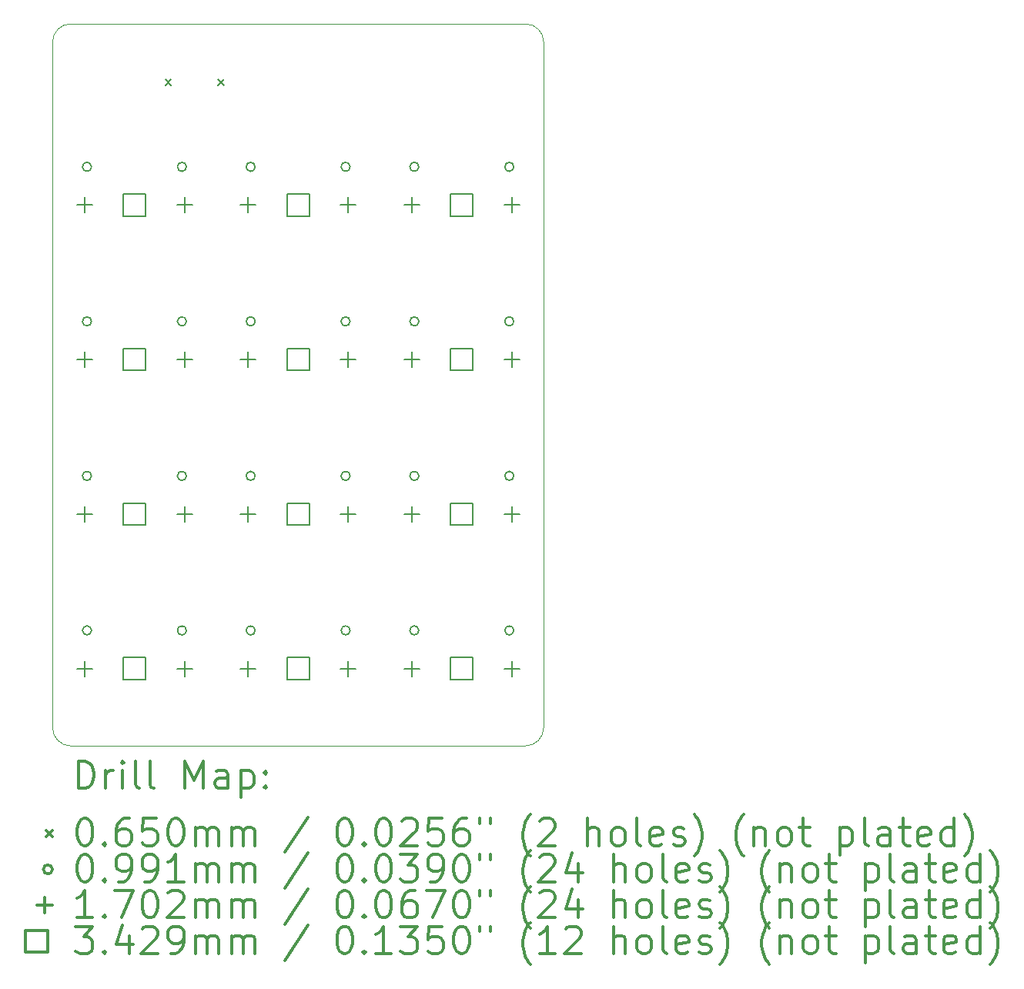
<source format=gbr>
%FSLAX45Y45*%
G04 Gerber Fmt 4.5, Leading zero omitted, Abs format (unit mm)*
G04 Created by KiCad (PCBNEW (5.1.10)-1) date 2021-08-23 14:46:12*
%MOMM*%
%LPD*%
G01*
G04 APERTURE LIST*
%TA.AperFunction,Profile*%
%ADD10C,0.050000*%
%TD*%
%ADD11C,0.200000*%
%ADD12C,0.300000*%
G04 APERTURE END LIST*
D10*
X6305550Y-8877300D02*
X5430000Y-8877300D01*
X6369050Y-8877300D02*
X10430000Y-8877300D01*
X6305550Y-8877300D02*
X6369050Y-8877300D01*
X5230000Y-9077300D02*
G75*
G02*
X5430000Y-8877300I200000J0D01*
G01*
X10430000Y-8877300D02*
G75*
G02*
X10630000Y-9077300I0J-200000D01*
G01*
X10630000Y-16620000D02*
G75*
G02*
X10430000Y-16820000I-200000J0D01*
G01*
X5430000Y-16820000D02*
G75*
G02*
X5230000Y-16620000I0J200000D01*
G01*
X10630000Y-16620000D02*
X10630000Y-9077300D01*
X5430000Y-16820000D02*
X10430000Y-16820000D01*
X5230000Y-16620000D02*
X5230000Y-9077300D01*
D11*
X6468500Y-9485500D02*
X6533500Y-9550500D01*
X6533500Y-9485500D02*
X6468500Y-9550500D01*
X7046500Y-9485500D02*
X7111500Y-9550500D01*
X7111500Y-9485500D02*
X7046500Y-9550500D01*
X5657530Y-10450000D02*
G75*
G03*
X5657530Y-10450000I-49530J0D01*
G01*
X5657530Y-12150000D02*
G75*
G03*
X5657530Y-12150000I-49530J0D01*
G01*
X5657530Y-13850000D02*
G75*
G03*
X5657530Y-13850000I-49530J0D01*
G01*
X5657530Y-15550000D02*
G75*
G03*
X5657530Y-15550000I-49530J0D01*
G01*
X6701530Y-10450000D02*
G75*
G03*
X6701530Y-10450000I-49530J0D01*
G01*
X6701530Y-12150000D02*
G75*
G03*
X6701530Y-12150000I-49530J0D01*
G01*
X6701530Y-13850000D02*
G75*
G03*
X6701530Y-13850000I-49530J0D01*
G01*
X6701530Y-15550000D02*
G75*
G03*
X6701530Y-15550000I-49530J0D01*
G01*
X7457530Y-10450000D02*
G75*
G03*
X7457530Y-10450000I-49530J0D01*
G01*
X7457530Y-12150000D02*
G75*
G03*
X7457530Y-12150000I-49530J0D01*
G01*
X7457530Y-13850000D02*
G75*
G03*
X7457530Y-13850000I-49530J0D01*
G01*
X7457530Y-15550000D02*
G75*
G03*
X7457530Y-15550000I-49530J0D01*
G01*
X8501530Y-10450000D02*
G75*
G03*
X8501530Y-10450000I-49530J0D01*
G01*
X8501530Y-12150000D02*
G75*
G03*
X8501530Y-12150000I-49530J0D01*
G01*
X8501530Y-13850000D02*
G75*
G03*
X8501530Y-13850000I-49530J0D01*
G01*
X8501530Y-15550000D02*
G75*
G03*
X8501530Y-15550000I-49530J0D01*
G01*
X9257530Y-10450000D02*
G75*
G03*
X9257530Y-10450000I-49530J0D01*
G01*
X9257530Y-12150000D02*
G75*
G03*
X9257530Y-12150000I-49530J0D01*
G01*
X9257530Y-13850000D02*
G75*
G03*
X9257530Y-13850000I-49530J0D01*
G01*
X9257530Y-15550000D02*
G75*
G03*
X9257530Y-15550000I-49530J0D01*
G01*
X10301530Y-10450000D02*
G75*
G03*
X10301530Y-10450000I-49530J0D01*
G01*
X10301530Y-12150000D02*
G75*
G03*
X10301530Y-12150000I-49530J0D01*
G01*
X10301530Y-13850000D02*
G75*
G03*
X10301530Y-13850000I-49530J0D01*
G01*
X10301530Y-15550000D02*
G75*
G03*
X10301530Y-15550000I-49530J0D01*
G01*
X5580000Y-10784910D02*
X5580000Y-10955090D01*
X5494910Y-10870000D02*
X5665090Y-10870000D01*
X5580000Y-12484910D02*
X5580000Y-12655090D01*
X5494910Y-12570000D02*
X5665090Y-12570000D01*
X5580000Y-14184910D02*
X5580000Y-14355090D01*
X5494910Y-14270000D02*
X5665090Y-14270000D01*
X5580000Y-15884910D02*
X5580000Y-16055090D01*
X5494910Y-15970000D02*
X5665090Y-15970000D01*
X6680000Y-10784910D02*
X6680000Y-10955090D01*
X6594910Y-10870000D02*
X6765090Y-10870000D01*
X6680000Y-12484910D02*
X6680000Y-12655090D01*
X6594910Y-12570000D02*
X6765090Y-12570000D01*
X6680000Y-14184910D02*
X6680000Y-14355090D01*
X6594910Y-14270000D02*
X6765090Y-14270000D01*
X6680000Y-15884910D02*
X6680000Y-16055090D01*
X6594910Y-15970000D02*
X6765090Y-15970000D01*
X7380000Y-10784910D02*
X7380000Y-10955090D01*
X7294910Y-10870000D02*
X7465090Y-10870000D01*
X7380000Y-12484910D02*
X7380000Y-12655090D01*
X7294910Y-12570000D02*
X7465090Y-12570000D01*
X7380000Y-14184910D02*
X7380000Y-14355090D01*
X7294910Y-14270000D02*
X7465090Y-14270000D01*
X7380000Y-15884910D02*
X7380000Y-16055090D01*
X7294910Y-15970000D02*
X7465090Y-15970000D01*
X8480000Y-10784910D02*
X8480000Y-10955090D01*
X8394910Y-10870000D02*
X8565090Y-10870000D01*
X8480000Y-12484910D02*
X8480000Y-12655090D01*
X8394910Y-12570000D02*
X8565090Y-12570000D01*
X8480000Y-14184910D02*
X8480000Y-14355090D01*
X8394910Y-14270000D02*
X8565090Y-14270000D01*
X8480000Y-15884910D02*
X8480000Y-16055090D01*
X8394910Y-15970000D02*
X8565090Y-15970000D01*
X9180000Y-10784910D02*
X9180000Y-10955090D01*
X9094910Y-10870000D02*
X9265090Y-10870000D01*
X9180000Y-12484910D02*
X9180000Y-12655090D01*
X9094910Y-12570000D02*
X9265090Y-12570000D01*
X9180000Y-14184910D02*
X9180000Y-14355090D01*
X9094910Y-14270000D02*
X9265090Y-14270000D01*
X9180000Y-15884910D02*
X9180000Y-16055090D01*
X9094910Y-15970000D02*
X9265090Y-15970000D01*
X10280000Y-10784910D02*
X10280000Y-10955090D01*
X10194910Y-10870000D02*
X10365090Y-10870000D01*
X10280000Y-12484910D02*
X10280000Y-12655090D01*
X10194910Y-12570000D02*
X10365090Y-12570000D01*
X10280000Y-14184910D02*
X10280000Y-14355090D01*
X10194910Y-14270000D02*
X10365090Y-14270000D01*
X10280000Y-15884910D02*
X10280000Y-16055090D01*
X10194910Y-15970000D02*
X10365090Y-15970000D01*
X6251235Y-10991235D02*
X6251235Y-10748765D01*
X6008765Y-10748765D01*
X6008765Y-10991235D01*
X6251235Y-10991235D01*
X6251235Y-12691235D02*
X6251235Y-12448765D01*
X6008765Y-12448765D01*
X6008765Y-12691235D01*
X6251235Y-12691235D01*
X6251235Y-14391235D02*
X6251235Y-14148765D01*
X6008765Y-14148765D01*
X6008765Y-14391235D01*
X6251235Y-14391235D01*
X6251235Y-16091235D02*
X6251235Y-15848765D01*
X6008765Y-15848765D01*
X6008765Y-16091235D01*
X6251235Y-16091235D01*
X8051235Y-10991235D02*
X8051235Y-10748765D01*
X7808765Y-10748765D01*
X7808765Y-10991235D01*
X8051235Y-10991235D01*
X8051235Y-12691235D02*
X8051235Y-12448765D01*
X7808765Y-12448765D01*
X7808765Y-12691235D01*
X8051235Y-12691235D01*
X8051235Y-14391235D02*
X8051235Y-14148765D01*
X7808765Y-14148765D01*
X7808765Y-14391235D01*
X8051235Y-14391235D01*
X8051235Y-16091235D02*
X8051235Y-15848765D01*
X7808765Y-15848765D01*
X7808765Y-16091235D01*
X8051235Y-16091235D01*
X9851235Y-10991235D02*
X9851235Y-10748765D01*
X9608765Y-10748765D01*
X9608765Y-10991235D01*
X9851235Y-10991235D01*
X9851235Y-12691235D02*
X9851235Y-12448765D01*
X9608765Y-12448765D01*
X9608765Y-12691235D01*
X9851235Y-12691235D01*
X9851235Y-14391235D02*
X9851235Y-14148765D01*
X9608765Y-14148765D01*
X9608765Y-14391235D01*
X9851235Y-14391235D01*
X9851235Y-16091235D02*
X9851235Y-15848765D01*
X9608765Y-15848765D01*
X9608765Y-16091235D01*
X9851235Y-16091235D01*
D12*
X5513928Y-17288214D02*
X5513928Y-16988214D01*
X5585357Y-16988214D01*
X5628214Y-17002500D01*
X5656786Y-17031072D01*
X5671071Y-17059643D01*
X5685357Y-17116786D01*
X5685357Y-17159643D01*
X5671071Y-17216786D01*
X5656786Y-17245357D01*
X5628214Y-17273929D01*
X5585357Y-17288214D01*
X5513928Y-17288214D01*
X5813928Y-17288214D02*
X5813928Y-17088214D01*
X5813928Y-17145357D02*
X5828214Y-17116786D01*
X5842500Y-17102500D01*
X5871071Y-17088214D01*
X5899643Y-17088214D01*
X5999643Y-17288214D02*
X5999643Y-17088214D01*
X5999643Y-16988214D02*
X5985357Y-17002500D01*
X5999643Y-17016786D01*
X6013928Y-17002500D01*
X5999643Y-16988214D01*
X5999643Y-17016786D01*
X6185357Y-17288214D02*
X6156786Y-17273929D01*
X6142500Y-17245357D01*
X6142500Y-16988214D01*
X6342500Y-17288214D02*
X6313928Y-17273929D01*
X6299643Y-17245357D01*
X6299643Y-16988214D01*
X6685357Y-17288214D02*
X6685357Y-16988214D01*
X6785357Y-17202500D01*
X6885357Y-16988214D01*
X6885357Y-17288214D01*
X7156786Y-17288214D02*
X7156786Y-17131072D01*
X7142500Y-17102500D01*
X7113928Y-17088214D01*
X7056786Y-17088214D01*
X7028214Y-17102500D01*
X7156786Y-17273929D02*
X7128214Y-17288214D01*
X7056786Y-17288214D01*
X7028214Y-17273929D01*
X7013928Y-17245357D01*
X7013928Y-17216786D01*
X7028214Y-17188214D01*
X7056786Y-17173929D01*
X7128214Y-17173929D01*
X7156786Y-17159643D01*
X7299643Y-17088214D02*
X7299643Y-17388214D01*
X7299643Y-17102500D02*
X7328214Y-17088214D01*
X7385357Y-17088214D01*
X7413928Y-17102500D01*
X7428214Y-17116786D01*
X7442500Y-17145357D01*
X7442500Y-17231072D01*
X7428214Y-17259643D01*
X7413928Y-17273929D01*
X7385357Y-17288214D01*
X7328214Y-17288214D01*
X7299643Y-17273929D01*
X7571071Y-17259643D02*
X7585357Y-17273929D01*
X7571071Y-17288214D01*
X7556786Y-17273929D01*
X7571071Y-17259643D01*
X7571071Y-17288214D01*
X7571071Y-17102500D02*
X7585357Y-17116786D01*
X7571071Y-17131072D01*
X7556786Y-17116786D01*
X7571071Y-17102500D01*
X7571071Y-17131072D01*
X5162500Y-17750000D02*
X5227500Y-17815000D01*
X5227500Y-17750000D02*
X5162500Y-17815000D01*
X5571071Y-17618214D02*
X5599643Y-17618214D01*
X5628214Y-17632500D01*
X5642500Y-17646786D01*
X5656786Y-17675357D01*
X5671071Y-17732500D01*
X5671071Y-17803929D01*
X5656786Y-17861072D01*
X5642500Y-17889643D01*
X5628214Y-17903929D01*
X5599643Y-17918214D01*
X5571071Y-17918214D01*
X5542500Y-17903929D01*
X5528214Y-17889643D01*
X5513928Y-17861072D01*
X5499643Y-17803929D01*
X5499643Y-17732500D01*
X5513928Y-17675357D01*
X5528214Y-17646786D01*
X5542500Y-17632500D01*
X5571071Y-17618214D01*
X5799643Y-17889643D02*
X5813928Y-17903929D01*
X5799643Y-17918214D01*
X5785357Y-17903929D01*
X5799643Y-17889643D01*
X5799643Y-17918214D01*
X6071071Y-17618214D02*
X6013928Y-17618214D01*
X5985357Y-17632500D01*
X5971071Y-17646786D01*
X5942500Y-17689643D01*
X5928214Y-17746786D01*
X5928214Y-17861072D01*
X5942500Y-17889643D01*
X5956786Y-17903929D01*
X5985357Y-17918214D01*
X6042500Y-17918214D01*
X6071071Y-17903929D01*
X6085357Y-17889643D01*
X6099643Y-17861072D01*
X6099643Y-17789643D01*
X6085357Y-17761072D01*
X6071071Y-17746786D01*
X6042500Y-17732500D01*
X5985357Y-17732500D01*
X5956786Y-17746786D01*
X5942500Y-17761072D01*
X5928214Y-17789643D01*
X6371071Y-17618214D02*
X6228214Y-17618214D01*
X6213928Y-17761072D01*
X6228214Y-17746786D01*
X6256786Y-17732500D01*
X6328214Y-17732500D01*
X6356786Y-17746786D01*
X6371071Y-17761072D01*
X6385357Y-17789643D01*
X6385357Y-17861072D01*
X6371071Y-17889643D01*
X6356786Y-17903929D01*
X6328214Y-17918214D01*
X6256786Y-17918214D01*
X6228214Y-17903929D01*
X6213928Y-17889643D01*
X6571071Y-17618214D02*
X6599643Y-17618214D01*
X6628214Y-17632500D01*
X6642500Y-17646786D01*
X6656786Y-17675357D01*
X6671071Y-17732500D01*
X6671071Y-17803929D01*
X6656786Y-17861072D01*
X6642500Y-17889643D01*
X6628214Y-17903929D01*
X6599643Y-17918214D01*
X6571071Y-17918214D01*
X6542500Y-17903929D01*
X6528214Y-17889643D01*
X6513928Y-17861072D01*
X6499643Y-17803929D01*
X6499643Y-17732500D01*
X6513928Y-17675357D01*
X6528214Y-17646786D01*
X6542500Y-17632500D01*
X6571071Y-17618214D01*
X6799643Y-17918214D02*
X6799643Y-17718214D01*
X6799643Y-17746786D02*
X6813928Y-17732500D01*
X6842500Y-17718214D01*
X6885357Y-17718214D01*
X6913928Y-17732500D01*
X6928214Y-17761072D01*
X6928214Y-17918214D01*
X6928214Y-17761072D02*
X6942500Y-17732500D01*
X6971071Y-17718214D01*
X7013928Y-17718214D01*
X7042500Y-17732500D01*
X7056786Y-17761072D01*
X7056786Y-17918214D01*
X7199643Y-17918214D02*
X7199643Y-17718214D01*
X7199643Y-17746786D02*
X7213928Y-17732500D01*
X7242500Y-17718214D01*
X7285357Y-17718214D01*
X7313928Y-17732500D01*
X7328214Y-17761072D01*
X7328214Y-17918214D01*
X7328214Y-17761072D02*
X7342500Y-17732500D01*
X7371071Y-17718214D01*
X7413928Y-17718214D01*
X7442500Y-17732500D01*
X7456786Y-17761072D01*
X7456786Y-17918214D01*
X8042500Y-17603929D02*
X7785357Y-17989643D01*
X8428214Y-17618214D02*
X8456786Y-17618214D01*
X8485357Y-17632500D01*
X8499643Y-17646786D01*
X8513928Y-17675357D01*
X8528214Y-17732500D01*
X8528214Y-17803929D01*
X8513928Y-17861072D01*
X8499643Y-17889643D01*
X8485357Y-17903929D01*
X8456786Y-17918214D01*
X8428214Y-17918214D01*
X8399643Y-17903929D01*
X8385357Y-17889643D01*
X8371071Y-17861072D01*
X8356786Y-17803929D01*
X8356786Y-17732500D01*
X8371071Y-17675357D01*
X8385357Y-17646786D01*
X8399643Y-17632500D01*
X8428214Y-17618214D01*
X8656786Y-17889643D02*
X8671071Y-17903929D01*
X8656786Y-17918214D01*
X8642500Y-17903929D01*
X8656786Y-17889643D01*
X8656786Y-17918214D01*
X8856786Y-17618214D02*
X8885357Y-17618214D01*
X8913928Y-17632500D01*
X8928214Y-17646786D01*
X8942500Y-17675357D01*
X8956786Y-17732500D01*
X8956786Y-17803929D01*
X8942500Y-17861072D01*
X8928214Y-17889643D01*
X8913928Y-17903929D01*
X8885357Y-17918214D01*
X8856786Y-17918214D01*
X8828214Y-17903929D01*
X8813928Y-17889643D01*
X8799643Y-17861072D01*
X8785357Y-17803929D01*
X8785357Y-17732500D01*
X8799643Y-17675357D01*
X8813928Y-17646786D01*
X8828214Y-17632500D01*
X8856786Y-17618214D01*
X9071071Y-17646786D02*
X9085357Y-17632500D01*
X9113928Y-17618214D01*
X9185357Y-17618214D01*
X9213928Y-17632500D01*
X9228214Y-17646786D01*
X9242500Y-17675357D01*
X9242500Y-17703929D01*
X9228214Y-17746786D01*
X9056786Y-17918214D01*
X9242500Y-17918214D01*
X9513928Y-17618214D02*
X9371071Y-17618214D01*
X9356786Y-17761072D01*
X9371071Y-17746786D01*
X9399643Y-17732500D01*
X9471071Y-17732500D01*
X9499643Y-17746786D01*
X9513928Y-17761072D01*
X9528214Y-17789643D01*
X9528214Y-17861072D01*
X9513928Y-17889643D01*
X9499643Y-17903929D01*
X9471071Y-17918214D01*
X9399643Y-17918214D01*
X9371071Y-17903929D01*
X9356786Y-17889643D01*
X9785357Y-17618214D02*
X9728214Y-17618214D01*
X9699643Y-17632500D01*
X9685357Y-17646786D01*
X9656786Y-17689643D01*
X9642500Y-17746786D01*
X9642500Y-17861072D01*
X9656786Y-17889643D01*
X9671071Y-17903929D01*
X9699643Y-17918214D01*
X9756786Y-17918214D01*
X9785357Y-17903929D01*
X9799643Y-17889643D01*
X9813928Y-17861072D01*
X9813928Y-17789643D01*
X9799643Y-17761072D01*
X9785357Y-17746786D01*
X9756786Y-17732500D01*
X9699643Y-17732500D01*
X9671071Y-17746786D01*
X9656786Y-17761072D01*
X9642500Y-17789643D01*
X9928214Y-17618214D02*
X9928214Y-17675357D01*
X10042500Y-17618214D02*
X10042500Y-17675357D01*
X10485357Y-18032500D02*
X10471071Y-18018214D01*
X10442500Y-17975357D01*
X10428214Y-17946786D01*
X10413928Y-17903929D01*
X10399643Y-17832500D01*
X10399643Y-17775357D01*
X10413928Y-17703929D01*
X10428214Y-17661072D01*
X10442500Y-17632500D01*
X10471071Y-17589643D01*
X10485357Y-17575357D01*
X10585357Y-17646786D02*
X10599643Y-17632500D01*
X10628214Y-17618214D01*
X10699643Y-17618214D01*
X10728214Y-17632500D01*
X10742500Y-17646786D01*
X10756786Y-17675357D01*
X10756786Y-17703929D01*
X10742500Y-17746786D01*
X10571071Y-17918214D01*
X10756786Y-17918214D01*
X11113928Y-17918214D02*
X11113928Y-17618214D01*
X11242500Y-17918214D02*
X11242500Y-17761072D01*
X11228214Y-17732500D01*
X11199643Y-17718214D01*
X11156786Y-17718214D01*
X11128214Y-17732500D01*
X11113928Y-17746786D01*
X11428214Y-17918214D02*
X11399643Y-17903929D01*
X11385357Y-17889643D01*
X11371071Y-17861072D01*
X11371071Y-17775357D01*
X11385357Y-17746786D01*
X11399643Y-17732500D01*
X11428214Y-17718214D01*
X11471071Y-17718214D01*
X11499643Y-17732500D01*
X11513928Y-17746786D01*
X11528214Y-17775357D01*
X11528214Y-17861072D01*
X11513928Y-17889643D01*
X11499643Y-17903929D01*
X11471071Y-17918214D01*
X11428214Y-17918214D01*
X11699643Y-17918214D02*
X11671071Y-17903929D01*
X11656786Y-17875357D01*
X11656786Y-17618214D01*
X11928214Y-17903929D02*
X11899643Y-17918214D01*
X11842500Y-17918214D01*
X11813928Y-17903929D01*
X11799643Y-17875357D01*
X11799643Y-17761072D01*
X11813928Y-17732500D01*
X11842500Y-17718214D01*
X11899643Y-17718214D01*
X11928214Y-17732500D01*
X11942500Y-17761072D01*
X11942500Y-17789643D01*
X11799643Y-17818214D01*
X12056786Y-17903929D02*
X12085357Y-17918214D01*
X12142500Y-17918214D01*
X12171071Y-17903929D01*
X12185357Y-17875357D01*
X12185357Y-17861072D01*
X12171071Y-17832500D01*
X12142500Y-17818214D01*
X12099643Y-17818214D01*
X12071071Y-17803929D01*
X12056786Y-17775357D01*
X12056786Y-17761072D01*
X12071071Y-17732500D01*
X12099643Y-17718214D01*
X12142500Y-17718214D01*
X12171071Y-17732500D01*
X12285357Y-18032500D02*
X12299643Y-18018214D01*
X12328214Y-17975357D01*
X12342500Y-17946786D01*
X12356786Y-17903929D01*
X12371071Y-17832500D01*
X12371071Y-17775357D01*
X12356786Y-17703929D01*
X12342500Y-17661072D01*
X12328214Y-17632500D01*
X12299643Y-17589643D01*
X12285357Y-17575357D01*
X12828214Y-18032500D02*
X12813928Y-18018214D01*
X12785357Y-17975357D01*
X12771071Y-17946786D01*
X12756786Y-17903929D01*
X12742500Y-17832500D01*
X12742500Y-17775357D01*
X12756786Y-17703929D01*
X12771071Y-17661072D01*
X12785357Y-17632500D01*
X12813928Y-17589643D01*
X12828214Y-17575357D01*
X12942500Y-17718214D02*
X12942500Y-17918214D01*
X12942500Y-17746786D02*
X12956786Y-17732500D01*
X12985357Y-17718214D01*
X13028214Y-17718214D01*
X13056786Y-17732500D01*
X13071071Y-17761072D01*
X13071071Y-17918214D01*
X13256786Y-17918214D02*
X13228214Y-17903929D01*
X13213928Y-17889643D01*
X13199643Y-17861072D01*
X13199643Y-17775357D01*
X13213928Y-17746786D01*
X13228214Y-17732500D01*
X13256786Y-17718214D01*
X13299643Y-17718214D01*
X13328214Y-17732500D01*
X13342500Y-17746786D01*
X13356786Y-17775357D01*
X13356786Y-17861072D01*
X13342500Y-17889643D01*
X13328214Y-17903929D01*
X13299643Y-17918214D01*
X13256786Y-17918214D01*
X13442500Y-17718214D02*
X13556786Y-17718214D01*
X13485357Y-17618214D02*
X13485357Y-17875357D01*
X13499643Y-17903929D01*
X13528214Y-17918214D01*
X13556786Y-17918214D01*
X13885357Y-17718214D02*
X13885357Y-18018214D01*
X13885357Y-17732500D02*
X13913928Y-17718214D01*
X13971071Y-17718214D01*
X13999643Y-17732500D01*
X14013928Y-17746786D01*
X14028214Y-17775357D01*
X14028214Y-17861072D01*
X14013928Y-17889643D01*
X13999643Y-17903929D01*
X13971071Y-17918214D01*
X13913928Y-17918214D01*
X13885357Y-17903929D01*
X14199643Y-17918214D02*
X14171071Y-17903929D01*
X14156786Y-17875357D01*
X14156786Y-17618214D01*
X14442500Y-17918214D02*
X14442500Y-17761072D01*
X14428214Y-17732500D01*
X14399643Y-17718214D01*
X14342500Y-17718214D01*
X14313928Y-17732500D01*
X14442500Y-17903929D02*
X14413928Y-17918214D01*
X14342500Y-17918214D01*
X14313928Y-17903929D01*
X14299643Y-17875357D01*
X14299643Y-17846786D01*
X14313928Y-17818214D01*
X14342500Y-17803929D01*
X14413928Y-17803929D01*
X14442500Y-17789643D01*
X14542500Y-17718214D02*
X14656786Y-17718214D01*
X14585357Y-17618214D02*
X14585357Y-17875357D01*
X14599643Y-17903929D01*
X14628214Y-17918214D01*
X14656786Y-17918214D01*
X14871071Y-17903929D02*
X14842500Y-17918214D01*
X14785357Y-17918214D01*
X14756786Y-17903929D01*
X14742500Y-17875357D01*
X14742500Y-17761072D01*
X14756786Y-17732500D01*
X14785357Y-17718214D01*
X14842500Y-17718214D01*
X14871071Y-17732500D01*
X14885357Y-17761072D01*
X14885357Y-17789643D01*
X14742500Y-17818214D01*
X15142500Y-17918214D02*
X15142500Y-17618214D01*
X15142500Y-17903929D02*
X15113928Y-17918214D01*
X15056786Y-17918214D01*
X15028214Y-17903929D01*
X15013928Y-17889643D01*
X14999643Y-17861072D01*
X14999643Y-17775357D01*
X15013928Y-17746786D01*
X15028214Y-17732500D01*
X15056786Y-17718214D01*
X15113928Y-17718214D01*
X15142500Y-17732500D01*
X15256786Y-18032500D02*
X15271071Y-18018214D01*
X15299643Y-17975357D01*
X15313928Y-17946786D01*
X15328214Y-17903929D01*
X15342500Y-17832500D01*
X15342500Y-17775357D01*
X15328214Y-17703929D01*
X15313928Y-17661072D01*
X15299643Y-17632500D01*
X15271071Y-17589643D01*
X15256786Y-17575357D01*
X5227500Y-18178500D02*
G75*
G03*
X5227500Y-18178500I-49530J0D01*
G01*
X5571071Y-18014214D02*
X5599643Y-18014214D01*
X5628214Y-18028500D01*
X5642500Y-18042786D01*
X5656786Y-18071357D01*
X5671071Y-18128500D01*
X5671071Y-18199929D01*
X5656786Y-18257072D01*
X5642500Y-18285643D01*
X5628214Y-18299929D01*
X5599643Y-18314214D01*
X5571071Y-18314214D01*
X5542500Y-18299929D01*
X5528214Y-18285643D01*
X5513928Y-18257072D01*
X5499643Y-18199929D01*
X5499643Y-18128500D01*
X5513928Y-18071357D01*
X5528214Y-18042786D01*
X5542500Y-18028500D01*
X5571071Y-18014214D01*
X5799643Y-18285643D02*
X5813928Y-18299929D01*
X5799643Y-18314214D01*
X5785357Y-18299929D01*
X5799643Y-18285643D01*
X5799643Y-18314214D01*
X5956786Y-18314214D02*
X6013928Y-18314214D01*
X6042500Y-18299929D01*
X6056786Y-18285643D01*
X6085357Y-18242786D01*
X6099643Y-18185643D01*
X6099643Y-18071357D01*
X6085357Y-18042786D01*
X6071071Y-18028500D01*
X6042500Y-18014214D01*
X5985357Y-18014214D01*
X5956786Y-18028500D01*
X5942500Y-18042786D01*
X5928214Y-18071357D01*
X5928214Y-18142786D01*
X5942500Y-18171357D01*
X5956786Y-18185643D01*
X5985357Y-18199929D01*
X6042500Y-18199929D01*
X6071071Y-18185643D01*
X6085357Y-18171357D01*
X6099643Y-18142786D01*
X6242500Y-18314214D02*
X6299643Y-18314214D01*
X6328214Y-18299929D01*
X6342500Y-18285643D01*
X6371071Y-18242786D01*
X6385357Y-18185643D01*
X6385357Y-18071357D01*
X6371071Y-18042786D01*
X6356786Y-18028500D01*
X6328214Y-18014214D01*
X6271071Y-18014214D01*
X6242500Y-18028500D01*
X6228214Y-18042786D01*
X6213928Y-18071357D01*
X6213928Y-18142786D01*
X6228214Y-18171357D01*
X6242500Y-18185643D01*
X6271071Y-18199929D01*
X6328214Y-18199929D01*
X6356786Y-18185643D01*
X6371071Y-18171357D01*
X6385357Y-18142786D01*
X6671071Y-18314214D02*
X6499643Y-18314214D01*
X6585357Y-18314214D02*
X6585357Y-18014214D01*
X6556786Y-18057072D01*
X6528214Y-18085643D01*
X6499643Y-18099929D01*
X6799643Y-18314214D02*
X6799643Y-18114214D01*
X6799643Y-18142786D02*
X6813928Y-18128500D01*
X6842500Y-18114214D01*
X6885357Y-18114214D01*
X6913928Y-18128500D01*
X6928214Y-18157072D01*
X6928214Y-18314214D01*
X6928214Y-18157072D02*
X6942500Y-18128500D01*
X6971071Y-18114214D01*
X7013928Y-18114214D01*
X7042500Y-18128500D01*
X7056786Y-18157072D01*
X7056786Y-18314214D01*
X7199643Y-18314214D02*
X7199643Y-18114214D01*
X7199643Y-18142786D02*
X7213928Y-18128500D01*
X7242500Y-18114214D01*
X7285357Y-18114214D01*
X7313928Y-18128500D01*
X7328214Y-18157072D01*
X7328214Y-18314214D01*
X7328214Y-18157072D02*
X7342500Y-18128500D01*
X7371071Y-18114214D01*
X7413928Y-18114214D01*
X7442500Y-18128500D01*
X7456786Y-18157072D01*
X7456786Y-18314214D01*
X8042500Y-17999929D02*
X7785357Y-18385643D01*
X8428214Y-18014214D02*
X8456786Y-18014214D01*
X8485357Y-18028500D01*
X8499643Y-18042786D01*
X8513928Y-18071357D01*
X8528214Y-18128500D01*
X8528214Y-18199929D01*
X8513928Y-18257072D01*
X8499643Y-18285643D01*
X8485357Y-18299929D01*
X8456786Y-18314214D01*
X8428214Y-18314214D01*
X8399643Y-18299929D01*
X8385357Y-18285643D01*
X8371071Y-18257072D01*
X8356786Y-18199929D01*
X8356786Y-18128500D01*
X8371071Y-18071357D01*
X8385357Y-18042786D01*
X8399643Y-18028500D01*
X8428214Y-18014214D01*
X8656786Y-18285643D02*
X8671071Y-18299929D01*
X8656786Y-18314214D01*
X8642500Y-18299929D01*
X8656786Y-18285643D01*
X8656786Y-18314214D01*
X8856786Y-18014214D02*
X8885357Y-18014214D01*
X8913928Y-18028500D01*
X8928214Y-18042786D01*
X8942500Y-18071357D01*
X8956786Y-18128500D01*
X8956786Y-18199929D01*
X8942500Y-18257072D01*
X8928214Y-18285643D01*
X8913928Y-18299929D01*
X8885357Y-18314214D01*
X8856786Y-18314214D01*
X8828214Y-18299929D01*
X8813928Y-18285643D01*
X8799643Y-18257072D01*
X8785357Y-18199929D01*
X8785357Y-18128500D01*
X8799643Y-18071357D01*
X8813928Y-18042786D01*
X8828214Y-18028500D01*
X8856786Y-18014214D01*
X9056786Y-18014214D02*
X9242500Y-18014214D01*
X9142500Y-18128500D01*
X9185357Y-18128500D01*
X9213928Y-18142786D01*
X9228214Y-18157072D01*
X9242500Y-18185643D01*
X9242500Y-18257072D01*
X9228214Y-18285643D01*
X9213928Y-18299929D01*
X9185357Y-18314214D01*
X9099643Y-18314214D01*
X9071071Y-18299929D01*
X9056786Y-18285643D01*
X9385357Y-18314214D02*
X9442500Y-18314214D01*
X9471071Y-18299929D01*
X9485357Y-18285643D01*
X9513928Y-18242786D01*
X9528214Y-18185643D01*
X9528214Y-18071357D01*
X9513928Y-18042786D01*
X9499643Y-18028500D01*
X9471071Y-18014214D01*
X9413928Y-18014214D01*
X9385357Y-18028500D01*
X9371071Y-18042786D01*
X9356786Y-18071357D01*
X9356786Y-18142786D01*
X9371071Y-18171357D01*
X9385357Y-18185643D01*
X9413928Y-18199929D01*
X9471071Y-18199929D01*
X9499643Y-18185643D01*
X9513928Y-18171357D01*
X9528214Y-18142786D01*
X9713928Y-18014214D02*
X9742500Y-18014214D01*
X9771071Y-18028500D01*
X9785357Y-18042786D01*
X9799643Y-18071357D01*
X9813928Y-18128500D01*
X9813928Y-18199929D01*
X9799643Y-18257072D01*
X9785357Y-18285643D01*
X9771071Y-18299929D01*
X9742500Y-18314214D01*
X9713928Y-18314214D01*
X9685357Y-18299929D01*
X9671071Y-18285643D01*
X9656786Y-18257072D01*
X9642500Y-18199929D01*
X9642500Y-18128500D01*
X9656786Y-18071357D01*
X9671071Y-18042786D01*
X9685357Y-18028500D01*
X9713928Y-18014214D01*
X9928214Y-18014214D02*
X9928214Y-18071357D01*
X10042500Y-18014214D02*
X10042500Y-18071357D01*
X10485357Y-18428500D02*
X10471071Y-18414214D01*
X10442500Y-18371357D01*
X10428214Y-18342786D01*
X10413928Y-18299929D01*
X10399643Y-18228500D01*
X10399643Y-18171357D01*
X10413928Y-18099929D01*
X10428214Y-18057072D01*
X10442500Y-18028500D01*
X10471071Y-17985643D01*
X10485357Y-17971357D01*
X10585357Y-18042786D02*
X10599643Y-18028500D01*
X10628214Y-18014214D01*
X10699643Y-18014214D01*
X10728214Y-18028500D01*
X10742500Y-18042786D01*
X10756786Y-18071357D01*
X10756786Y-18099929D01*
X10742500Y-18142786D01*
X10571071Y-18314214D01*
X10756786Y-18314214D01*
X11013928Y-18114214D02*
X11013928Y-18314214D01*
X10942500Y-17999929D02*
X10871071Y-18214214D01*
X11056786Y-18214214D01*
X11399643Y-18314214D02*
X11399643Y-18014214D01*
X11528214Y-18314214D02*
X11528214Y-18157072D01*
X11513928Y-18128500D01*
X11485357Y-18114214D01*
X11442500Y-18114214D01*
X11413928Y-18128500D01*
X11399643Y-18142786D01*
X11713928Y-18314214D02*
X11685357Y-18299929D01*
X11671071Y-18285643D01*
X11656786Y-18257072D01*
X11656786Y-18171357D01*
X11671071Y-18142786D01*
X11685357Y-18128500D01*
X11713928Y-18114214D01*
X11756786Y-18114214D01*
X11785357Y-18128500D01*
X11799643Y-18142786D01*
X11813928Y-18171357D01*
X11813928Y-18257072D01*
X11799643Y-18285643D01*
X11785357Y-18299929D01*
X11756786Y-18314214D01*
X11713928Y-18314214D01*
X11985357Y-18314214D02*
X11956786Y-18299929D01*
X11942500Y-18271357D01*
X11942500Y-18014214D01*
X12213928Y-18299929D02*
X12185357Y-18314214D01*
X12128214Y-18314214D01*
X12099643Y-18299929D01*
X12085357Y-18271357D01*
X12085357Y-18157072D01*
X12099643Y-18128500D01*
X12128214Y-18114214D01*
X12185357Y-18114214D01*
X12213928Y-18128500D01*
X12228214Y-18157072D01*
X12228214Y-18185643D01*
X12085357Y-18214214D01*
X12342500Y-18299929D02*
X12371071Y-18314214D01*
X12428214Y-18314214D01*
X12456786Y-18299929D01*
X12471071Y-18271357D01*
X12471071Y-18257072D01*
X12456786Y-18228500D01*
X12428214Y-18214214D01*
X12385357Y-18214214D01*
X12356786Y-18199929D01*
X12342500Y-18171357D01*
X12342500Y-18157072D01*
X12356786Y-18128500D01*
X12385357Y-18114214D01*
X12428214Y-18114214D01*
X12456786Y-18128500D01*
X12571071Y-18428500D02*
X12585357Y-18414214D01*
X12613928Y-18371357D01*
X12628214Y-18342786D01*
X12642500Y-18299929D01*
X12656786Y-18228500D01*
X12656786Y-18171357D01*
X12642500Y-18099929D01*
X12628214Y-18057072D01*
X12613928Y-18028500D01*
X12585357Y-17985643D01*
X12571071Y-17971357D01*
X13113928Y-18428500D02*
X13099643Y-18414214D01*
X13071071Y-18371357D01*
X13056786Y-18342786D01*
X13042500Y-18299929D01*
X13028214Y-18228500D01*
X13028214Y-18171357D01*
X13042500Y-18099929D01*
X13056786Y-18057072D01*
X13071071Y-18028500D01*
X13099643Y-17985643D01*
X13113928Y-17971357D01*
X13228214Y-18114214D02*
X13228214Y-18314214D01*
X13228214Y-18142786D02*
X13242500Y-18128500D01*
X13271071Y-18114214D01*
X13313928Y-18114214D01*
X13342500Y-18128500D01*
X13356786Y-18157072D01*
X13356786Y-18314214D01*
X13542500Y-18314214D02*
X13513928Y-18299929D01*
X13499643Y-18285643D01*
X13485357Y-18257072D01*
X13485357Y-18171357D01*
X13499643Y-18142786D01*
X13513928Y-18128500D01*
X13542500Y-18114214D01*
X13585357Y-18114214D01*
X13613928Y-18128500D01*
X13628214Y-18142786D01*
X13642500Y-18171357D01*
X13642500Y-18257072D01*
X13628214Y-18285643D01*
X13613928Y-18299929D01*
X13585357Y-18314214D01*
X13542500Y-18314214D01*
X13728214Y-18114214D02*
X13842500Y-18114214D01*
X13771071Y-18014214D02*
X13771071Y-18271357D01*
X13785357Y-18299929D01*
X13813928Y-18314214D01*
X13842500Y-18314214D01*
X14171071Y-18114214D02*
X14171071Y-18414214D01*
X14171071Y-18128500D02*
X14199643Y-18114214D01*
X14256786Y-18114214D01*
X14285357Y-18128500D01*
X14299643Y-18142786D01*
X14313928Y-18171357D01*
X14313928Y-18257072D01*
X14299643Y-18285643D01*
X14285357Y-18299929D01*
X14256786Y-18314214D01*
X14199643Y-18314214D01*
X14171071Y-18299929D01*
X14485357Y-18314214D02*
X14456786Y-18299929D01*
X14442500Y-18271357D01*
X14442500Y-18014214D01*
X14728214Y-18314214D02*
X14728214Y-18157072D01*
X14713928Y-18128500D01*
X14685357Y-18114214D01*
X14628214Y-18114214D01*
X14599643Y-18128500D01*
X14728214Y-18299929D02*
X14699643Y-18314214D01*
X14628214Y-18314214D01*
X14599643Y-18299929D01*
X14585357Y-18271357D01*
X14585357Y-18242786D01*
X14599643Y-18214214D01*
X14628214Y-18199929D01*
X14699643Y-18199929D01*
X14728214Y-18185643D01*
X14828214Y-18114214D02*
X14942500Y-18114214D01*
X14871071Y-18014214D02*
X14871071Y-18271357D01*
X14885357Y-18299929D01*
X14913928Y-18314214D01*
X14942500Y-18314214D01*
X15156786Y-18299929D02*
X15128214Y-18314214D01*
X15071071Y-18314214D01*
X15042500Y-18299929D01*
X15028214Y-18271357D01*
X15028214Y-18157072D01*
X15042500Y-18128500D01*
X15071071Y-18114214D01*
X15128214Y-18114214D01*
X15156786Y-18128500D01*
X15171071Y-18157072D01*
X15171071Y-18185643D01*
X15028214Y-18214214D01*
X15428214Y-18314214D02*
X15428214Y-18014214D01*
X15428214Y-18299929D02*
X15399643Y-18314214D01*
X15342500Y-18314214D01*
X15313928Y-18299929D01*
X15299643Y-18285643D01*
X15285357Y-18257072D01*
X15285357Y-18171357D01*
X15299643Y-18142786D01*
X15313928Y-18128500D01*
X15342500Y-18114214D01*
X15399643Y-18114214D01*
X15428214Y-18128500D01*
X15542500Y-18428500D02*
X15556786Y-18414214D01*
X15585357Y-18371357D01*
X15599643Y-18342786D01*
X15613928Y-18299929D01*
X15628214Y-18228500D01*
X15628214Y-18171357D01*
X15613928Y-18099929D01*
X15599643Y-18057072D01*
X15585357Y-18028500D01*
X15556786Y-17985643D01*
X15542500Y-17971357D01*
X5142410Y-18489410D02*
X5142410Y-18659590D01*
X5057320Y-18574500D02*
X5227500Y-18574500D01*
X5671071Y-18710214D02*
X5499643Y-18710214D01*
X5585357Y-18710214D02*
X5585357Y-18410214D01*
X5556786Y-18453072D01*
X5528214Y-18481643D01*
X5499643Y-18495929D01*
X5799643Y-18681643D02*
X5813928Y-18695929D01*
X5799643Y-18710214D01*
X5785357Y-18695929D01*
X5799643Y-18681643D01*
X5799643Y-18710214D01*
X5913928Y-18410214D02*
X6113928Y-18410214D01*
X5985357Y-18710214D01*
X6285357Y-18410214D02*
X6313928Y-18410214D01*
X6342500Y-18424500D01*
X6356786Y-18438786D01*
X6371071Y-18467357D01*
X6385357Y-18524500D01*
X6385357Y-18595929D01*
X6371071Y-18653072D01*
X6356786Y-18681643D01*
X6342500Y-18695929D01*
X6313928Y-18710214D01*
X6285357Y-18710214D01*
X6256786Y-18695929D01*
X6242500Y-18681643D01*
X6228214Y-18653072D01*
X6213928Y-18595929D01*
X6213928Y-18524500D01*
X6228214Y-18467357D01*
X6242500Y-18438786D01*
X6256786Y-18424500D01*
X6285357Y-18410214D01*
X6499643Y-18438786D02*
X6513928Y-18424500D01*
X6542500Y-18410214D01*
X6613928Y-18410214D01*
X6642500Y-18424500D01*
X6656786Y-18438786D01*
X6671071Y-18467357D01*
X6671071Y-18495929D01*
X6656786Y-18538786D01*
X6485357Y-18710214D01*
X6671071Y-18710214D01*
X6799643Y-18710214D02*
X6799643Y-18510214D01*
X6799643Y-18538786D02*
X6813928Y-18524500D01*
X6842500Y-18510214D01*
X6885357Y-18510214D01*
X6913928Y-18524500D01*
X6928214Y-18553072D01*
X6928214Y-18710214D01*
X6928214Y-18553072D02*
X6942500Y-18524500D01*
X6971071Y-18510214D01*
X7013928Y-18510214D01*
X7042500Y-18524500D01*
X7056786Y-18553072D01*
X7056786Y-18710214D01*
X7199643Y-18710214D02*
X7199643Y-18510214D01*
X7199643Y-18538786D02*
X7213928Y-18524500D01*
X7242500Y-18510214D01*
X7285357Y-18510214D01*
X7313928Y-18524500D01*
X7328214Y-18553072D01*
X7328214Y-18710214D01*
X7328214Y-18553072D02*
X7342500Y-18524500D01*
X7371071Y-18510214D01*
X7413928Y-18510214D01*
X7442500Y-18524500D01*
X7456786Y-18553072D01*
X7456786Y-18710214D01*
X8042500Y-18395929D02*
X7785357Y-18781643D01*
X8428214Y-18410214D02*
X8456786Y-18410214D01*
X8485357Y-18424500D01*
X8499643Y-18438786D01*
X8513928Y-18467357D01*
X8528214Y-18524500D01*
X8528214Y-18595929D01*
X8513928Y-18653072D01*
X8499643Y-18681643D01*
X8485357Y-18695929D01*
X8456786Y-18710214D01*
X8428214Y-18710214D01*
X8399643Y-18695929D01*
X8385357Y-18681643D01*
X8371071Y-18653072D01*
X8356786Y-18595929D01*
X8356786Y-18524500D01*
X8371071Y-18467357D01*
X8385357Y-18438786D01*
X8399643Y-18424500D01*
X8428214Y-18410214D01*
X8656786Y-18681643D02*
X8671071Y-18695929D01*
X8656786Y-18710214D01*
X8642500Y-18695929D01*
X8656786Y-18681643D01*
X8656786Y-18710214D01*
X8856786Y-18410214D02*
X8885357Y-18410214D01*
X8913928Y-18424500D01*
X8928214Y-18438786D01*
X8942500Y-18467357D01*
X8956786Y-18524500D01*
X8956786Y-18595929D01*
X8942500Y-18653072D01*
X8928214Y-18681643D01*
X8913928Y-18695929D01*
X8885357Y-18710214D01*
X8856786Y-18710214D01*
X8828214Y-18695929D01*
X8813928Y-18681643D01*
X8799643Y-18653072D01*
X8785357Y-18595929D01*
X8785357Y-18524500D01*
X8799643Y-18467357D01*
X8813928Y-18438786D01*
X8828214Y-18424500D01*
X8856786Y-18410214D01*
X9213928Y-18410214D02*
X9156786Y-18410214D01*
X9128214Y-18424500D01*
X9113928Y-18438786D01*
X9085357Y-18481643D01*
X9071071Y-18538786D01*
X9071071Y-18653072D01*
X9085357Y-18681643D01*
X9099643Y-18695929D01*
X9128214Y-18710214D01*
X9185357Y-18710214D01*
X9213928Y-18695929D01*
X9228214Y-18681643D01*
X9242500Y-18653072D01*
X9242500Y-18581643D01*
X9228214Y-18553072D01*
X9213928Y-18538786D01*
X9185357Y-18524500D01*
X9128214Y-18524500D01*
X9099643Y-18538786D01*
X9085357Y-18553072D01*
X9071071Y-18581643D01*
X9342500Y-18410214D02*
X9542500Y-18410214D01*
X9413928Y-18710214D01*
X9713928Y-18410214D02*
X9742500Y-18410214D01*
X9771071Y-18424500D01*
X9785357Y-18438786D01*
X9799643Y-18467357D01*
X9813928Y-18524500D01*
X9813928Y-18595929D01*
X9799643Y-18653072D01*
X9785357Y-18681643D01*
X9771071Y-18695929D01*
X9742500Y-18710214D01*
X9713928Y-18710214D01*
X9685357Y-18695929D01*
X9671071Y-18681643D01*
X9656786Y-18653072D01*
X9642500Y-18595929D01*
X9642500Y-18524500D01*
X9656786Y-18467357D01*
X9671071Y-18438786D01*
X9685357Y-18424500D01*
X9713928Y-18410214D01*
X9928214Y-18410214D02*
X9928214Y-18467357D01*
X10042500Y-18410214D02*
X10042500Y-18467357D01*
X10485357Y-18824500D02*
X10471071Y-18810214D01*
X10442500Y-18767357D01*
X10428214Y-18738786D01*
X10413928Y-18695929D01*
X10399643Y-18624500D01*
X10399643Y-18567357D01*
X10413928Y-18495929D01*
X10428214Y-18453072D01*
X10442500Y-18424500D01*
X10471071Y-18381643D01*
X10485357Y-18367357D01*
X10585357Y-18438786D02*
X10599643Y-18424500D01*
X10628214Y-18410214D01*
X10699643Y-18410214D01*
X10728214Y-18424500D01*
X10742500Y-18438786D01*
X10756786Y-18467357D01*
X10756786Y-18495929D01*
X10742500Y-18538786D01*
X10571071Y-18710214D01*
X10756786Y-18710214D01*
X11013928Y-18510214D02*
X11013928Y-18710214D01*
X10942500Y-18395929D02*
X10871071Y-18610214D01*
X11056786Y-18610214D01*
X11399643Y-18710214D02*
X11399643Y-18410214D01*
X11528214Y-18710214D02*
X11528214Y-18553072D01*
X11513928Y-18524500D01*
X11485357Y-18510214D01*
X11442500Y-18510214D01*
X11413928Y-18524500D01*
X11399643Y-18538786D01*
X11713928Y-18710214D02*
X11685357Y-18695929D01*
X11671071Y-18681643D01*
X11656786Y-18653072D01*
X11656786Y-18567357D01*
X11671071Y-18538786D01*
X11685357Y-18524500D01*
X11713928Y-18510214D01*
X11756786Y-18510214D01*
X11785357Y-18524500D01*
X11799643Y-18538786D01*
X11813928Y-18567357D01*
X11813928Y-18653072D01*
X11799643Y-18681643D01*
X11785357Y-18695929D01*
X11756786Y-18710214D01*
X11713928Y-18710214D01*
X11985357Y-18710214D02*
X11956786Y-18695929D01*
X11942500Y-18667357D01*
X11942500Y-18410214D01*
X12213928Y-18695929D02*
X12185357Y-18710214D01*
X12128214Y-18710214D01*
X12099643Y-18695929D01*
X12085357Y-18667357D01*
X12085357Y-18553072D01*
X12099643Y-18524500D01*
X12128214Y-18510214D01*
X12185357Y-18510214D01*
X12213928Y-18524500D01*
X12228214Y-18553072D01*
X12228214Y-18581643D01*
X12085357Y-18610214D01*
X12342500Y-18695929D02*
X12371071Y-18710214D01*
X12428214Y-18710214D01*
X12456786Y-18695929D01*
X12471071Y-18667357D01*
X12471071Y-18653072D01*
X12456786Y-18624500D01*
X12428214Y-18610214D01*
X12385357Y-18610214D01*
X12356786Y-18595929D01*
X12342500Y-18567357D01*
X12342500Y-18553072D01*
X12356786Y-18524500D01*
X12385357Y-18510214D01*
X12428214Y-18510214D01*
X12456786Y-18524500D01*
X12571071Y-18824500D02*
X12585357Y-18810214D01*
X12613928Y-18767357D01*
X12628214Y-18738786D01*
X12642500Y-18695929D01*
X12656786Y-18624500D01*
X12656786Y-18567357D01*
X12642500Y-18495929D01*
X12628214Y-18453072D01*
X12613928Y-18424500D01*
X12585357Y-18381643D01*
X12571071Y-18367357D01*
X13113928Y-18824500D02*
X13099643Y-18810214D01*
X13071071Y-18767357D01*
X13056786Y-18738786D01*
X13042500Y-18695929D01*
X13028214Y-18624500D01*
X13028214Y-18567357D01*
X13042500Y-18495929D01*
X13056786Y-18453072D01*
X13071071Y-18424500D01*
X13099643Y-18381643D01*
X13113928Y-18367357D01*
X13228214Y-18510214D02*
X13228214Y-18710214D01*
X13228214Y-18538786D02*
X13242500Y-18524500D01*
X13271071Y-18510214D01*
X13313928Y-18510214D01*
X13342500Y-18524500D01*
X13356786Y-18553072D01*
X13356786Y-18710214D01*
X13542500Y-18710214D02*
X13513928Y-18695929D01*
X13499643Y-18681643D01*
X13485357Y-18653072D01*
X13485357Y-18567357D01*
X13499643Y-18538786D01*
X13513928Y-18524500D01*
X13542500Y-18510214D01*
X13585357Y-18510214D01*
X13613928Y-18524500D01*
X13628214Y-18538786D01*
X13642500Y-18567357D01*
X13642500Y-18653072D01*
X13628214Y-18681643D01*
X13613928Y-18695929D01*
X13585357Y-18710214D01*
X13542500Y-18710214D01*
X13728214Y-18510214D02*
X13842500Y-18510214D01*
X13771071Y-18410214D02*
X13771071Y-18667357D01*
X13785357Y-18695929D01*
X13813928Y-18710214D01*
X13842500Y-18710214D01*
X14171071Y-18510214D02*
X14171071Y-18810214D01*
X14171071Y-18524500D02*
X14199643Y-18510214D01*
X14256786Y-18510214D01*
X14285357Y-18524500D01*
X14299643Y-18538786D01*
X14313928Y-18567357D01*
X14313928Y-18653072D01*
X14299643Y-18681643D01*
X14285357Y-18695929D01*
X14256786Y-18710214D01*
X14199643Y-18710214D01*
X14171071Y-18695929D01*
X14485357Y-18710214D02*
X14456786Y-18695929D01*
X14442500Y-18667357D01*
X14442500Y-18410214D01*
X14728214Y-18710214D02*
X14728214Y-18553072D01*
X14713928Y-18524500D01*
X14685357Y-18510214D01*
X14628214Y-18510214D01*
X14599643Y-18524500D01*
X14728214Y-18695929D02*
X14699643Y-18710214D01*
X14628214Y-18710214D01*
X14599643Y-18695929D01*
X14585357Y-18667357D01*
X14585357Y-18638786D01*
X14599643Y-18610214D01*
X14628214Y-18595929D01*
X14699643Y-18595929D01*
X14728214Y-18581643D01*
X14828214Y-18510214D02*
X14942500Y-18510214D01*
X14871071Y-18410214D02*
X14871071Y-18667357D01*
X14885357Y-18695929D01*
X14913928Y-18710214D01*
X14942500Y-18710214D01*
X15156786Y-18695929D02*
X15128214Y-18710214D01*
X15071071Y-18710214D01*
X15042500Y-18695929D01*
X15028214Y-18667357D01*
X15028214Y-18553072D01*
X15042500Y-18524500D01*
X15071071Y-18510214D01*
X15128214Y-18510214D01*
X15156786Y-18524500D01*
X15171071Y-18553072D01*
X15171071Y-18581643D01*
X15028214Y-18610214D01*
X15428214Y-18710214D02*
X15428214Y-18410214D01*
X15428214Y-18695929D02*
X15399643Y-18710214D01*
X15342500Y-18710214D01*
X15313928Y-18695929D01*
X15299643Y-18681643D01*
X15285357Y-18653072D01*
X15285357Y-18567357D01*
X15299643Y-18538786D01*
X15313928Y-18524500D01*
X15342500Y-18510214D01*
X15399643Y-18510214D01*
X15428214Y-18524500D01*
X15542500Y-18824500D02*
X15556786Y-18810214D01*
X15585357Y-18767357D01*
X15599643Y-18738786D01*
X15613928Y-18695929D01*
X15628214Y-18624500D01*
X15628214Y-18567357D01*
X15613928Y-18495929D01*
X15599643Y-18453072D01*
X15585357Y-18424500D01*
X15556786Y-18381643D01*
X15542500Y-18367357D01*
X5177285Y-19091735D02*
X5177285Y-18849266D01*
X4934815Y-18849266D01*
X4934815Y-19091735D01*
X5177285Y-19091735D01*
X5485357Y-18806214D02*
X5671071Y-18806214D01*
X5571071Y-18920500D01*
X5613928Y-18920500D01*
X5642500Y-18934786D01*
X5656786Y-18949072D01*
X5671071Y-18977643D01*
X5671071Y-19049072D01*
X5656786Y-19077643D01*
X5642500Y-19091929D01*
X5613928Y-19106214D01*
X5528214Y-19106214D01*
X5499643Y-19091929D01*
X5485357Y-19077643D01*
X5799643Y-19077643D02*
X5813928Y-19091929D01*
X5799643Y-19106214D01*
X5785357Y-19091929D01*
X5799643Y-19077643D01*
X5799643Y-19106214D01*
X6071071Y-18906214D02*
X6071071Y-19106214D01*
X5999643Y-18791929D02*
X5928214Y-19006214D01*
X6113928Y-19006214D01*
X6213928Y-18834786D02*
X6228214Y-18820500D01*
X6256786Y-18806214D01*
X6328214Y-18806214D01*
X6356786Y-18820500D01*
X6371071Y-18834786D01*
X6385357Y-18863357D01*
X6385357Y-18891929D01*
X6371071Y-18934786D01*
X6199643Y-19106214D01*
X6385357Y-19106214D01*
X6528214Y-19106214D02*
X6585357Y-19106214D01*
X6613928Y-19091929D01*
X6628214Y-19077643D01*
X6656786Y-19034786D01*
X6671071Y-18977643D01*
X6671071Y-18863357D01*
X6656786Y-18834786D01*
X6642500Y-18820500D01*
X6613928Y-18806214D01*
X6556786Y-18806214D01*
X6528214Y-18820500D01*
X6513928Y-18834786D01*
X6499643Y-18863357D01*
X6499643Y-18934786D01*
X6513928Y-18963357D01*
X6528214Y-18977643D01*
X6556786Y-18991929D01*
X6613928Y-18991929D01*
X6642500Y-18977643D01*
X6656786Y-18963357D01*
X6671071Y-18934786D01*
X6799643Y-19106214D02*
X6799643Y-18906214D01*
X6799643Y-18934786D02*
X6813928Y-18920500D01*
X6842500Y-18906214D01*
X6885357Y-18906214D01*
X6913928Y-18920500D01*
X6928214Y-18949072D01*
X6928214Y-19106214D01*
X6928214Y-18949072D02*
X6942500Y-18920500D01*
X6971071Y-18906214D01*
X7013928Y-18906214D01*
X7042500Y-18920500D01*
X7056786Y-18949072D01*
X7056786Y-19106214D01*
X7199643Y-19106214D02*
X7199643Y-18906214D01*
X7199643Y-18934786D02*
X7213928Y-18920500D01*
X7242500Y-18906214D01*
X7285357Y-18906214D01*
X7313928Y-18920500D01*
X7328214Y-18949072D01*
X7328214Y-19106214D01*
X7328214Y-18949072D02*
X7342500Y-18920500D01*
X7371071Y-18906214D01*
X7413928Y-18906214D01*
X7442500Y-18920500D01*
X7456786Y-18949072D01*
X7456786Y-19106214D01*
X8042500Y-18791929D02*
X7785357Y-19177643D01*
X8428214Y-18806214D02*
X8456786Y-18806214D01*
X8485357Y-18820500D01*
X8499643Y-18834786D01*
X8513928Y-18863357D01*
X8528214Y-18920500D01*
X8528214Y-18991929D01*
X8513928Y-19049072D01*
X8499643Y-19077643D01*
X8485357Y-19091929D01*
X8456786Y-19106214D01*
X8428214Y-19106214D01*
X8399643Y-19091929D01*
X8385357Y-19077643D01*
X8371071Y-19049072D01*
X8356786Y-18991929D01*
X8356786Y-18920500D01*
X8371071Y-18863357D01*
X8385357Y-18834786D01*
X8399643Y-18820500D01*
X8428214Y-18806214D01*
X8656786Y-19077643D02*
X8671071Y-19091929D01*
X8656786Y-19106214D01*
X8642500Y-19091929D01*
X8656786Y-19077643D01*
X8656786Y-19106214D01*
X8956786Y-19106214D02*
X8785357Y-19106214D01*
X8871071Y-19106214D02*
X8871071Y-18806214D01*
X8842500Y-18849072D01*
X8813928Y-18877643D01*
X8785357Y-18891929D01*
X9056786Y-18806214D02*
X9242500Y-18806214D01*
X9142500Y-18920500D01*
X9185357Y-18920500D01*
X9213928Y-18934786D01*
X9228214Y-18949072D01*
X9242500Y-18977643D01*
X9242500Y-19049072D01*
X9228214Y-19077643D01*
X9213928Y-19091929D01*
X9185357Y-19106214D01*
X9099643Y-19106214D01*
X9071071Y-19091929D01*
X9056786Y-19077643D01*
X9513928Y-18806214D02*
X9371071Y-18806214D01*
X9356786Y-18949072D01*
X9371071Y-18934786D01*
X9399643Y-18920500D01*
X9471071Y-18920500D01*
X9499643Y-18934786D01*
X9513928Y-18949072D01*
X9528214Y-18977643D01*
X9528214Y-19049072D01*
X9513928Y-19077643D01*
X9499643Y-19091929D01*
X9471071Y-19106214D01*
X9399643Y-19106214D01*
X9371071Y-19091929D01*
X9356786Y-19077643D01*
X9713928Y-18806214D02*
X9742500Y-18806214D01*
X9771071Y-18820500D01*
X9785357Y-18834786D01*
X9799643Y-18863357D01*
X9813928Y-18920500D01*
X9813928Y-18991929D01*
X9799643Y-19049072D01*
X9785357Y-19077643D01*
X9771071Y-19091929D01*
X9742500Y-19106214D01*
X9713928Y-19106214D01*
X9685357Y-19091929D01*
X9671071Y-19077643D01*
X9656786Y-19049072D01*
X9642500Y-18991929D01*
X9642500Y-18920500D01*
X9656786Y-18863357D01*
X9671071Y-18834786D01*
X9685357Y-18820500D01*
X9713928Y-18806214D01*
X9928214Y-18806214D02*
X9928214Y-18863357D01*
X10042500Y-18806214D02*
X10042500Y-18863357D01*
X10485357Y-19220500D02*
X10471071Y-19206214D01*
X10442500Y-19163357D01*
X10428214Y-19134786D01*
X10413928Y-19091929D01*
X10399643Y-19020500D01*
X10399643Y-18963357D01*
X10413928Y-18891929D01*
X10428214Y-18849072D01*
X10442500Y-18820500D01*
X10471071Y-18777643D01*
X10485357Y-18763357D01*
X10756786Y-19106214D02*
X10585357Y-19106214D01*
X10671071Y-19106214D02*
X10671071Y-18806214D01*
X10642500Y-18849072D01*
X10613928Y-18877643D01*
X10585357Y-18891929D01*
X10871071Y-18834786D02*
X10885357Y-18820500D01*
X10913928Y-18806214D01*
X10985357Y-18806214D01*
X11013928Y-18820500D01*
X11028214Y-18834786D01*
X11042500Y-18863357D01*
X11042500Y-18891929D01*
X11028214Y-18934786D01*
X10856786Y-19106214D01*
X11042500Y-19106214D01*
X11399643Y-19106214D02*
X11399643Y-18806214D01*
X11528214Y-19106214D02*
X11528214Y-18949072D01*
X11513928Y-18920500D01*
X11485357Y-18906214D01*
X11442500Y-18906214D01*
X11413928Y-18920500D01*
X11399643Y-18934786D01*
X11713928Y-19106214D02*
X11685357Y-19091929D01*
X11671071Y-19077643D01*
X11656786Y-19049072D01*
X11656786Y-18963357D01*
X11671071Y-18934786D01*
X11685357Y-18920500D01*
X11713928Y-18906214D01*
X11756786Y-18906214D01*
X11785357Y-18920500D01*
X11799643Y-18934786D01*
X11813928Y-18963357D01*
X11813928Y-19049072D01*
X11799643Y-19077643D01*
X11785357Y-19091929D01*
X11756786Y-19106214D01*
X11713928Y-19106214D01*
X11985357Y-19106214D02*
X11956786Y-19091929D01*
X11942500Y-19063357D01*
X11942500Y-18806214D01*
X12213928Y-19091929D02*
X12185357Y-19106214D01*
X12128214Y-19106214D01*
X12099643Y-19091929D01*
X12085357Y-19063357D01*
X12085357Y-18949072D01*
X12099643Y-18920500D01*
X12128214Y-18906214D01*
X12185357Y-18906214D01*
X12213928Y-18920500D01*
X12228214Y-18949072D01*
X12228214Y-18977643D01*
X12085357Y-19006214D01*
X12342500Y-19091929D02*
X12371071Y-19106214D01*
X12428214Y-19106214D01*
X12456786Y-19091929D01*
X12471071Y-19063357D01*
X12471071Y-19049072D01*
X12456786Y-19020500D01*
X12428214Y-19006214D01*
X12385357Y-19006214D01*
X12356786Y-18991929D01*
X12342500Y-18963357D01*
X12342500Y-18949072D01*
X12356786Y-18920500D01*
X12385357Y-18906214D01*
X12428214Y-18906214D01*
X12456786Y-18920500D01*
X12571071Y-19220500D02*
X12585357Y-19206214D01*
X12613928Y-19163357D01*
X12628214Y-19134786D01*
X12642500Y-19091929D01*
X12656786Y-19020500D01*
X12656786Y-18963357D01*
X12642500Y-18891929D01*
X12628214Y-18849072D01*
X12613928Y-18820500D01*
X12585357Y-18777643D01*
X12571071Y-18763357D01*
X13113928Y-19220500D02*
X13099643Y-19206214D01*
X13071071Y-19163357D01*
X13056786Y-19134786D01*
X13042500Y-19091929D01*
X13028214Y-19020500D01*
X13028214Y-18963357D01*
X13042500Y-18891929D01*
X13056786Y-18849072D01*
X13071071Y-18820500D01*
X13099643Y-18777643D01*
X13113928Y-18763357D01*
X13228214Y-18906214D02*
X13228214Y-19106214D01*
X13228214Y-18934786D02*
X13242500Y-18920500D01*
X13271071Y-18906214D01*
X13313928Y-18906214D01*
X13342500Y-18920500D01*
X13356786Y-18949072D01*
X13356786Y-19106214D01*
X13542500Y-19106214D02*
X13513928Y-19091929D01*
X13499643Y-19077643D01*
X13485357Y-19049072D01*
X13485357Y-18963357D01*
X13499643Y-18934786D01*
X13513928Y-18920500D01*
X13542500Y-18906214D01*
X13585357Y-18906214D01*
X13613928Y-18920500D01*
X13628214Y-18934786D01*
X13642500Y-18963357D01*
X13642500Y-19049072D01*
X13628214Y-19077643D01*
X13613928Y-19091929D01*
X13585357Y-19106214D01*
X13542500Y-19106214D01*
X13728214Y-18906214D02*
X13842500Y-18906214D01*
X13771071Y-18806214D02*
X13771071Y-19063357D01*
X13785357Y-19091929D01*
X13813928Y-19106214D01*
X13842500Y-19106214D01*
X14171071Y-18906214D02*
X14171071Y-19206214D01*
X14171071Y-18920500D02*
X14199643Y-18906214D01*
X14256786Y-18906214D01*
X14285357Y-18920500D01*
X14299643Y-18934786D01*
X14313928Y-18963357D01*
X14313928Y-19049072D01*
X14299643Y-19077643D01*
X14285357Y-19091929D01*
X14256786Y-19106214D01*
X14199643Y-19106214D01*
X14171071Y-19091929D01*
X14485357Y-19106214D02*
X14456786Y-19091929D01*
X14442500Y-19063357D01*
X14442500Y-18806214D01*
X14728214Y-19106214D02*
X14728214Y-18949072D01*
X14713928Y-18920500D01*
X14685357Y-18906214D01*
X14628214Y-18906214D01*
X14599643Y-18920500D01*
X14728214Y-19091929D02*
X14699643Y-19106214D01*
X14628214Y-19106214D01*
X14599643Y-19091929D01*
X14585357Y-19063357D01*
X14585357Y-19034786D01*
X14599643Y-19006214D01*
X14628214Y-18991929D01*
X14699643Y-18991929D01*
X14728214Y-18977643D01*
X14828214Y-18906214D02*
X14942500Y-18906214D01*
X14871071Y-18806214D02*
X14871071Y-19063357D01*
X14885357Y-19091929D01*
X14913928Y-19106214D01*
X14942500Y-19106214D01*
X15156786Y-19091929D02*
X15128214Y-19106214D01*
X15071071Y-19106214D01*
X15042500Y-19091929D01*
X15028214Y-19063357D01*
X15028214Y-18949072D01*
X15042500Y-18920500D01*
X15071071Y-18906214D01*
X15128214Y-18906214D01*
X15156786Y-18920500D01*
X15171071Y-18949072D01*
X15171071Y-18977643D01*
X15028214Y-19006214D01*
X15428214Y-19106214D02*
X15428214Y-18806214D01*
X15428214Y-19091929D02*
X15399643Y-19106214D01*
X15342500Y-19106214D01*
X15313928Y-19091929D01*
X15299643Y-19077643D01*
X15285357Y-19049072D01*
X15285357Y-18963357D01*
X15299643Y-18934786D01*
X15313928Y-18920500D01*
X15342500Y-18906214D01*
X15399643Y-18906214D01*
X15428214Y-18920500D01*
X15542500Y-19220500D02*
X15556786Y-19206214D01*
X15585357Y-19163357D01*
X15599643Y-19134786D01*
X15613928Y-19091929D01*
X15628214Y-19020500D01*
X15628214Y-18963357D01*
X15613928Y-18891929D01*
X15599643Y-18849072D01*
X15585357Y-18820500D01*
X15556786Y-18777643D01*
X15542500Y-18763357D01*
M02*

</source>
